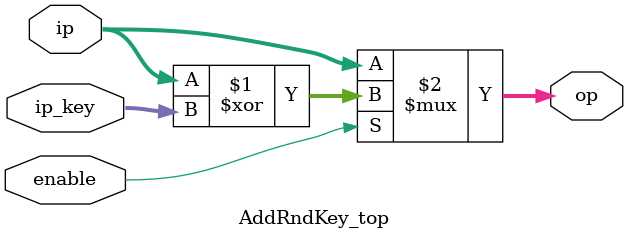
<source format=v>
module AddRndKey_top(
    input   [127:0] ip,
    input   [127:0] ip_key,
    input   enable,
    output  [127:0] op
);

/* Bitwise XOR-ing of state and round key */
assign op = enable ? (ip ^ ip_key) : ip;

endmodule

</source>
